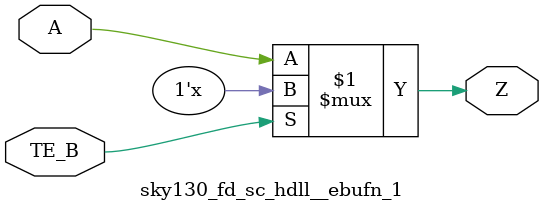
<source format=v>
/*
 * Copyright 2020 The SkyWater PDK Authors
 *
 * Licensed under the Apache License, Version 2.0 (the "License");
 * you may not use this file except in compliance with the License.
 * You may obtain a copy of the License at
 *
 *     https://www.apache.org/licenses/LICENSE-2.0
 *
 * Unless required by applicable law or agreed to in writing, software
 * distributed under the License is distributed on an "AS IS" BASIS,
 * WITHOUT WARRANTIES OR CONDITIONS OF ANY KIND, either express or implied.
 * See the License for the specific language governing permissions and
 * limitations under the License.
 *
 * SPDX-License-Identifier: Apache-2.0
*/


`ifndef SKY130_FD_SC_HDLL__EBUFN_1_FUNCTIONAL_V
`define SKY130_FD_SC_HDLL__EBUFN_1_FUNCTIONAL_V

/**
 * ebufn: Tri-state buffer, negative enable.
 *
 * Verilog simulation functional model.
 */

`timescale 1ns / 1ps
`default_nettype none

`celldefine
module sky130_fd_sc_hdll__ebufn_1 (
    Z   ,
    A   ,
    TE_B
);

    // Module ports
    output Z   ;
    input  A   ;
    input  TE_B;

    //     Name     Output  Other arguments
    bufif0 bufif00 (Z     , A, TE_B        );

endmodule
`endcelldefine

`default_nettype wire
`endif  // SKY130_FD_SC_HDLL__EBUFN_1_FUNCTIONAL_V

</source>
